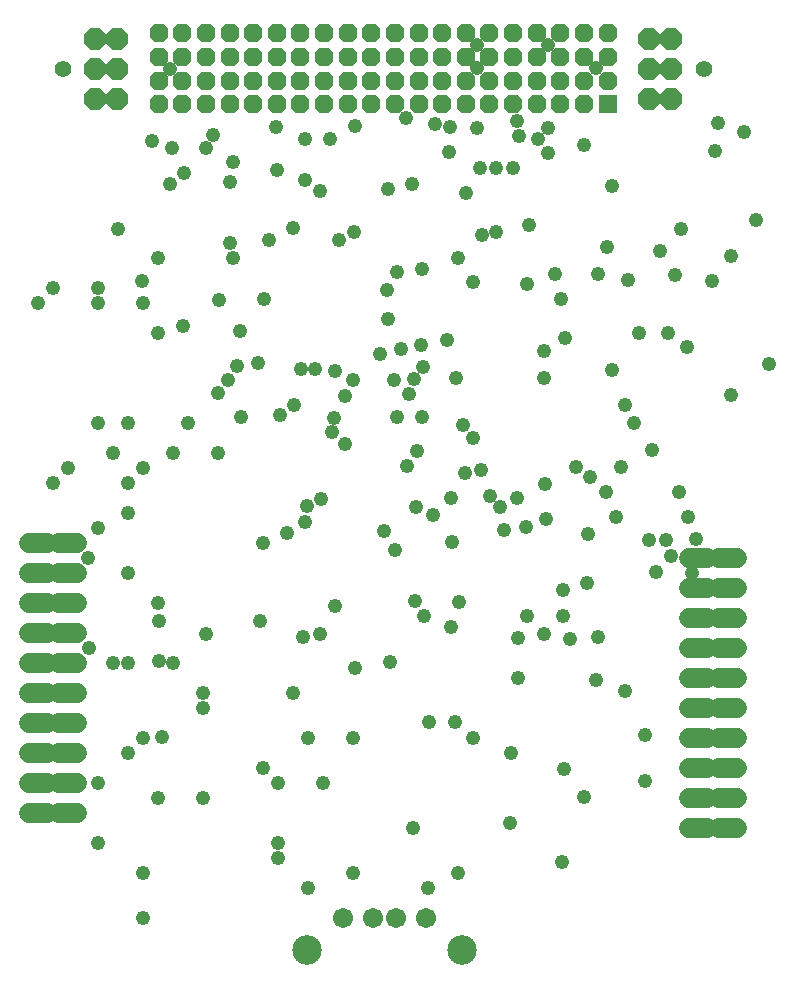
<source format=gbs>
G75*
%MOIN*%
%OFA0B0*%
%FSLAX25Y25*%
%IPPOS*%
%LPD*%
%AMOC8*
5,1,8,0,0,1.08239X$1,22.5*
%
%ADD10C,0.06800*%
%ADD11C,0.05524*%
%ADD12OC8,0.07296*%
%ADD13R,0.06186X0.06186*%
%ADD14OC8,0.06186*%
%ADD15C,0.06737*%
%ADD16C,0.09855*%
%ADD17C,0.04762*%
D10*
X0042000Y0090950D02*
X0048000Y0090950D01*
X0052000Y0090950D02*
X0058000Y0090950D01*
X0058000Y0100950D02*
X0052000Y0100950D01*
X0048000Y0100950D02*
X0042000Y0100950D01*
X0042000Y0110950D02*
X0048000Y0110950D01*
X0052000Y0110950D02*
X0058000Y0110950D01*
X0058000Y0120950D02*
X0052000Y0120950D01*
X0048000Y0120950D02*
X0042000Y0120950D01*
X0042000Y0130950D02*
X0048000Y0130950D01*
X0052000Y0130950D02*
X0058000Y0130950D01*
X0058000Y0140950D02*
X0052000Y0140950D01*
X0048000Y0140950D02*
X0042000Y0140950D01*
X0042000Y0150950D02*
X0048000Y0150950D01*
X0052000Y0150950D02*
X0058000Y0150950D01*
X0058000Y0160950D02*
X0052000Y0160950D01*
X0048000Y0160950D02*
X0042000Y0160950D01*
X0042000Y0170950D02*
X0048000Y0170950D01*
X0052000Y0170950D02*
X0058000Y0170950D01*
X0058000Y0180950D02*
X0052000Y0180950D01*
X0048000Y0180950D02*
X0042000Y0180950D01*
X0262000Y0175950D02*
X0268000Y0175950D01*
X0272000Y0175950D02*
X0278000Y0175950D01*
X0278000Y0165950D02*
X0272000Y0165950D01*
X0268000Y0165950D02*
X0262000Y0165950D01*
X0262000Y0155950D02*
X0268000Y0155950D01*
X0272000Y0155950D02*
X0278000Y0155950D01*
X0278000Y0145950D02*
X0272000Y0145950D01*
X0268000Y0145950D02*
X0262000Y0145950D01*
X0262000Y0135950D02*
X0268000Y0135950D01*
X0272000Y0135950D02*
X0278000Y0135950D01*
X0278000Y0125950D02*
X0272000Y0125950D01*
X0268000Y0125950D02*
X0262000Y0125950D01*
X0262000Y0115950D02*
X0268000Y0115950D01*
X0272000Y0115950D02*
X0278000Y0115950D01*
X0278000Y0105950D02*
X0272000Y0105950D01*
X0268000Y0105950D02*
X0262000Y0105950D01*
X0262000Y0095950D02*
X0268000Y0095950D01*
X0272000Y0095950D02*
X0278000Y0095950D01*
X0278000Y0085950D02*
X0272000Y0085950D01*
X0268000Y0085950D02*
X0262000Y0085950D01*
D11*
X0266870Y0338942D03*
X0053130Y0338942D03*
D12*
X0063996Y0339060D03*
X0063996Y0329060D03*
X0071398Y0329060D03*
X0071398Y0339060D03*
X0071398Y0349060D03*
X0063996Y0349060D03*
X0248602Y0349056D03*
X0256004Y0349056D03*
X0256004Y0339056D03*
X0256004Y0329056D03*
X0248602Y0329056D03*
X0248602Y0339056D03*
D13*
X0234803Y0327249D03*
D14*
X0234803Y0335123D03*
X0226929Y0335123D03*
X0226929Y0327249D03*
X0219055Y0327249D03*
X0219055Y0335123D03*
X0211181Y0335123D03*
X0211181Y0327249D03*
X0203307Y0327249D03*
X0195433Y0327249D03*
X0195433Y0335123D03*
X0203307Y0335123D03*
X0203307Y0342997D03*
X0195433Y0342997D03*
X0195433Y0350871D03*
X0203307Y0350871D03*
X0211181Y0350871D03*
X0211181Y0342997D03*
X0219055Y0342997D03*
X0226929Y0342997D03*
X0226929Y0350871D03*
X0219055Y0350871D03*
X0234803Y0350871D03*
X0234803Y0342997D03*
X0187559Y0342997D03*
X0179685Y0342997D03*
X0179685Y0350871D03*
X0187559Y0350871D03*
X0187559Y0335123D03*
X0187559Y0327249D03*
X0179685Y0327249D03*
X0179685Y0335123D03*
X0171811Y0335123D03*
X0171811Y0327249D03*
X0163937Y0327249D03*
X0163937Y0335123D03*
X0156063Y0335123D03*
X0156063Y0327249D03*
X0148189Y0327249D03*
X0148189Y0335123D03*
X0140315Y0335123D03*
X0140315Y0327249D03*
X0132441Y0327249D03*
X0132441Y0335123D03*
X0124567Y0335123D03*
X0124567Y0327249D03*
X0116693Y0327249D03*
X0108819Y0327249D03*
X0108819Y0335123D03*
X0116693Y0335123D03*
X0116693Y0342997D03*
X0124567Y0342997D03*
X0124567Y0350871D03*
X0116693Y0350871D03*
X0108819Y0350871D03*
X0108819Y0342997D03*
X0100945Y0342997D03*
X0093071Y0342997D03*
X0093071Y0350871D03*
X0100945Y0350871D03*
X0100945Y0335123D03*
X0100945Y0327249D03*
X0093071Y0327249D03*
X0093071Y0335123D03*
X0085197Y0335123D03*
X0085197Y0327249D03*
X0085197Y0342997D03*
X0085197Y0350871D03*
X0132441Y0350871D03*
X0132441Y0342997D03*
X0140315Y0342997D03*
X0140315Y0350871D03*
X0148189Y0350871D03*
X0148189Y0342997D03*
X0156063Y0342997D03*
X0156063Y0350871D03*
X0163937Y0350871D03*
X0163937Y0342997D03*
X0171811Y0342997D03*
X0171811Y0350871D03*
D15*
X0174230Y0056142D03*
X0164387Y0056142D03*
X0156513Y0056142D03*
X0146670Y0056142D03*
D16*
X0134584Y0045472D03*
X0186316Y0045472D03*
D17*
X0065000Y0080950D03*
X0080000Y0070950D03*
X0080000Y0055950D03*
X0085000Y0095950D03*
X0075000Y0110950D03*
X0080000Y0115950D03*
X0086375Y0116275D03*
X0100000Y0125950D03*
X0100000Y0130950D03*
X0090000Y0140950D03*
X0085250Y0141700D03*
X0075000Y0140950D03*
X0070000Y0140950D03*
X0061800Y0145950D03*
X0085250Y0155200D03*
X0085000Y0160950D03*
X0075000Y0170950D03*
X0061575Y0175950D03*
X0065000Y0185950D03*
X0075000Y0190950D03*
X0075000Y0200950D03*
X0080000Y0205950D03*
X0090000Y0210950D03*
X0095000Y0220950D03*
X0105000Y0230950D03*
X0108200Y0235525D03*
X0111350Y0240025D03*
X0118425Y0240900D03*
X0112250Y0251725D03*
X0105275Y0262075D03*
X0110000Y0275950D03*
X0108875Y0281200D03*
X0121925Y0282100D03*
X0130025Y0285925D03*
X0139025Y0298525D03*
X0133850Y0302125D03*
X0124775Y0305500D03*
X0134075Y0315625D03*
X0142400Y0315850D03*
X0150725Y0319900D03*
X0167600Y0322600D03*
X0177275Y0320575D03*
X0182225Y0319675D03*
X0182000Y0311350D03*
X0191225Y0319450D03*
X0192350Y0305950D03*
X0197750Y0305950D03*
X0203375Y0305950D03*
X0205400Y0316750D03*
X0204725Y0321700D03*
X0211475Y0315850D03*
X0215075Y0319450D03*
X0215000Y0310950D03*
X0227000Y0313600D03*
X0236225Y0300100D03*
X0234650Y0279850D03*
X0231500Y0270850D03*
X0241625Y0268825D03*
X0252200Y0278500D03*
X0257375Y0270400D03*
X0269750Y0268375D03*
X0276050Y0276700D03*
X0284375Y0288850D03*
X0270725Y0311625D03*
X0271775Y0321025D03*
X0280325Y0318100D03*
X0259400Y0285700D03*
X0255000Y0250950D03*
X0261425Y0246325D03*
X0245450Y0251050D03*
X0236450Y0238675D03*
X0240500Y0227200D03*
X0243650Y0220900D03*
X0249550Y0212150D03*
X0239150Y0206275D03*
X0234425Y0198175D03*
X0229025Y0203125D03*
X0224300Y0206275D03*
X0213950Y0200650D03*
X0204500Y0196150D03*
X0199100Y0193000D03*
X0195500Y0196600D03*
X0192575Y0205375D03*
X0187400Y0204475D03*
X0182675Y0196150D03*
X0176600Y0190525D03*
X0171000Y0193200D03*
X0160400Y0185125D03*
X0163875Y0178700D03*
X0170525Y0161725D03*
X0173675Y0156775D03*
X0182700Y0153200D03*
X0185375Y0161275D03*
X0182900Y0181525D03*
X0200225Y0185350D03*
X0207650Y0186250D03*
X0214375Y0189100D03*
X0228350Y0184000D03*
X0237575Y0189625D03*
X0248600Y0181975D03*
X0254450Y0181975D03*
X0256025Y0176575D03*
X0250850Y0171400D03*
X0263000Y0170950D03*
X0264125Y0182425D03*
X0261650Y0189850D03*
X0258725Y0198175D03*
X0275975Y0230275D03*
X0288650Y0240700D03*
X0227900Y0167575D03*
X0220025Y0165325D03*
X0219800Y0156775D03*
X0222275Y0149125D03*
X0213725Y0150700D03*
X0208100Y0156550D03*
X0205000Y0149375D03*
X0205000Y0135950D03*
X0190000Y0115950D03*
X0184025Y0121450D03*
X0175250Y0121450D03*
X0162425Y0141250D03*
X0150500Y0139450D03*
X0138875Y0150725D03*
X0133175Y0149575D03*
X0143875Y0160050D03*
X0119000Y0155200D03*
X0101000Y0150700D03*
X0130000Y0130950D03*
X0135000Y0115950D03*
X0150000Y0115950D03*
X0140000Y0100950D03*
X0125000Y0100950D03*
X0120000Y0105950D03*
X0100000Y0095950D03*
X0125000Y0080950D03*
X0125000Y0075950D03*
X0135000Y0065950D03*
X0150000Y0070950D03*
X0170000Y0085950D03*
X0185000Y0070950D03*
X0175000Y0065950D03*
X0202250Y0087700D03*
X0219525Y0074825D03*
X0227000Y0096225D03*
X0220200Y0105725D03*
X0202475Y0110875D03*
X0231050Y0135400D03*
X0240725Y0131800D03*
X0247250Y0116950D03*
X0247350Y0101550D03*
X0231725Y0149800D03*
X0190100Y0215950D03*
X0186500Y0220450D03*
X0173000Y0222925D03*
X0168500Y0230575D03*
X0170175Y0235725D03*
X0173225Y0239575D03*
X0172775Y0247000D03*
X0165800Y0245650D03*
X0159050Y0244075D03*
X0163775Y0235300D03*
X0164675Y0223150D03*
X0171425Y0211675D03*
X0167825Y0206725D03*
X0147350Y0229900D03*
X0150050Y0235300D03*
X0143975Y0238450D03*
X0137450Y0238900D03*
X0132500Y0239125D03*
X0130250Y0227200D03*
X0125525Y0223600D03*
X0112475Y0222925D03*
X0105000Y0210950D03*
X0120000Y0180950D03*
X0128000Y0184450D03*
X0134075Y0188050D03*
X0134750Y0193450D03*
X0139250Y0195700D03*
X0147125Y0213925D03*
X0142850Y0217975D03*
X0143750Y0222700D03*
X0161525Y0255775D03*
X0161125Y0265225D03*
X0164675Y0271300D03*
X0173000Y0272425D03*
X0185000Y0275950D03*
X0189875Y0267925D03*
X0193025Y0283675D03*
X0197525Y0284800D03*
X0187625Y0297625D03*
X0169775Y0300725D03*
X0161525Y0298975D03*
X0150400Y0284600D03*
X0145325Y0281875D03*
X0120350Y0262525D03*
X0093125Y0253525D03*
X0085000Y0250950D03*
X0080000Y0260950D03*
X0079625Y0268375D03*
X0085000Y0275950D03*
X0071750Y0285700D03*
X0065000Y0265950D03*
X0065000Y0260950D03*
X0050000Y0265950D03*
X0045000Y0260950D03*
X0065000Y0220950D03*
X0070000Y0210950D03*
X0075000Y0220950D03*
X0055000Y0205950D03*
X0050000Y0200950D03*
X0065000Y0100950D03*
X0184250Y0236200D03*
X0181325Y0248575D03*
X0207875Y0267250D03*
X0217325Y0270850D03*
X0219350Y0262525D03*
X0220475Y0249475D03*
X0213500Y0245200D03*
X0213500Y0236200D03*
X0208775Y0287050D03*
X0191450Y0339250D03*
X0191450Y0346900D03*
X0215075Y0346900D03*
X0230825Y0339250D03*
X0124175Y0319675D03*
X0110000Y0308200D03*
X0109100Y0301225D03*
X0101000Y0312700D03*
X0103250Y0317200D03*
X0093575Y0304375D03*
X0089075Y0300775D03*
X0089525Y0312700D03*
X0083000Y0314950D03*
X0089075Y0339025D03*
M02*

</source>
